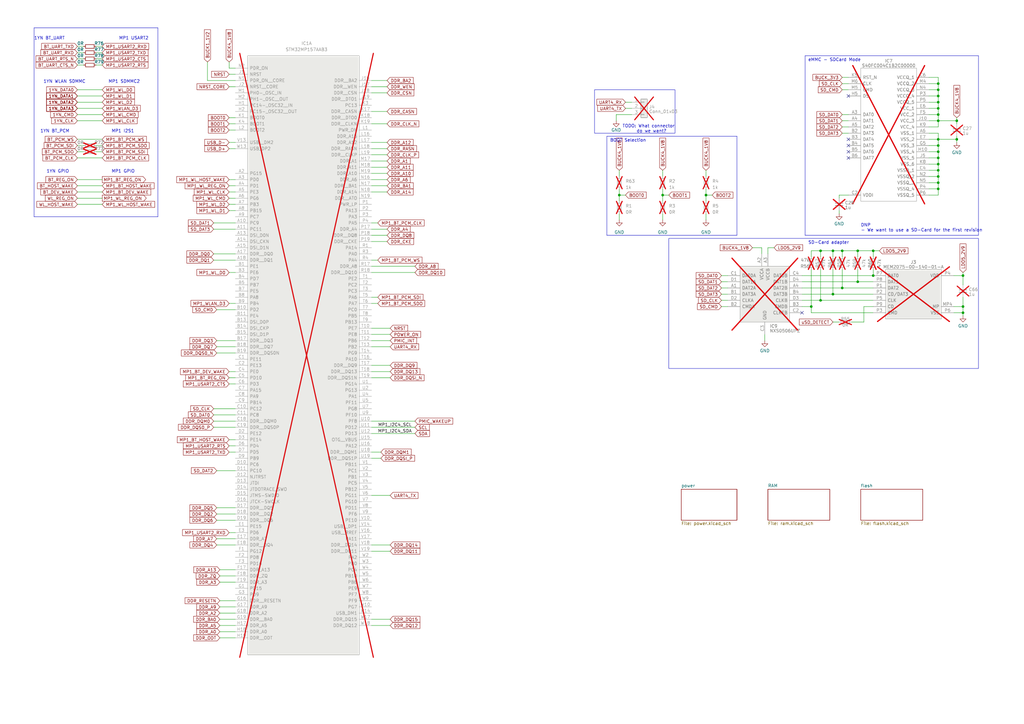
<source format=kicad_sch>
(kicad_sch (version 20230121) (generator eeschema)
  (paper "A3")
  (junction (at 336.55 102.87))
  (junction (at 394.97 113.03))
  (junction (at 384.81 39.37))
  (junction (at 384.81 59.69))
  (junction (at 392.43 57.15))
  (junction (at 384.81 36.83))
  (junction (at 384.81 57.15))
  (junction (at 341.63 120.65))
  (junction (at 345.44 118.11))
  (junction (at 384.81 34.29))
  (junction (at 392.43 49.53))
  (junction (at 332.74 125.73))
  (junction (at 384.81 46.99))
  (junction (at 345.44 102.87))
  (junction (at 351.79 115.57))
  (junction (at 384.81 67.31))
  (junction (at 384.81 74.93))
  (junction (at 384.81 44.45))
  (junction (at 384.81 64.77))
  (junction (at 384.81 49.53))
  (junction (at 358.14 113.03))
  (junction (at 394.97 125.73))
  (junction (at 271.78 80.01))
  (junction (at 394.97 128.27))
  (junction (at 351.79 102.87))
  (junction (at 384.81 77.47))
  (junction (at 384.81 62.23))
  (junction (at 254 80.01))
  (junction (at 336.55 123.19))
  (junction (at 289.56 80.01))
  (junction (at 384.81 72.39))
  (junction (at 384.81 69.85))
  (junction (at 358.14 102.87))
  (junction (at 341.63 102.87))
  (junction (at 384.81 41.91))
  (no_connect (at 347.98 57.15))
  (no_connect (at 328.93 128.27))
  (no_connect (at 347.98 59.69))
  (no_connect (at 347.98 39.37))
  (no_connect (at 347.98 62.23))
  (no_connect (at 347.98 64.77))
  (wire (pts (xy 88.9 142.24) (xy 96.52 142.24)))
  (wire (pts (xy 152.4 121.92) (xy 154.94 121.92)))
  (wire (pts (xy 345.44 34.29) (xy 347.98 34.29)))
  (wire (pts (xy 384.81 39.37) (xy 384.81 41.91)))
  (wire (pts (xy 384.81 57.15) (xy 384.81 59.69)))
  (wire (pts (xy 289.56 80.01) (xy 289.56 82.55)))
  (wire (pts (xy 152.4 58.42) (xy 158.75 58.42)))
  (wire (pts (xy 93.98 35.56) (xy 96.52 35.56)))
  (wire (pts (xy 384.81 44.45) (xy 384.81 46.99)))
  (wire (pts (xy 93.98 73.66) (xy 96.52 73.66)))
  (polyline (pts (xy 248.92 55.88) (xy 248.92 96.52)))
  (polyline (pts (xy 302.26 96.52) (xy 302.26 55.88)))
  (wire (pts (xy 152.4 60.96) (xy 158.75 60.96)))
  (wire (pts (xy 31.75 19.05) (xy 34.29 19.05)))
  (polyline (pts (xy 330.2 96.52) (xy 401.32 96.52)))
  (wire (pts (xy 152.4 99.06) (xy 158.75 99.06)))
  (wire (pts (xy 384.81 69.85) (xy 384.81 72.39)))
  (wire (pts (xy 381 67.31) (xy 384.81 67.31)))
  (wire (pts (xy 341.63 120.65) (xy 358.14 120.65)))
  (polyline (pts (xy 401.32 96.52) (xy 401.32 22.86)))
  (wire (pts (xy 381 36.83) (xy 384.81 36.83)))
  (wire (pts (xy 289.56 87.63) (xy 289.56 90.17)))
  (wire (pts (xy 88.9 208.28) (xy 96.52 208.28)))
  (wire (pts (xy 152.4 106.68) (xy 154.94 106.68)))
  (wire (pts (xy 259.08 46.99) (xy 252.73 46.99)))
  (wire (pts (xy 31.75 78.74) (xy 41.91 78.74)))
  (wire (pts (xy 88.9 144.78) (xy 96.52 144.78)))
  (wire (pts (xy 87.63 104.14) (xy 96.52 104.14)))
  (wire (pts (xy 336.55 110.49) (xy 336.55 123.19)))
  (wire (pts (xy 328.93 118.11) (xy 345.44 118.11)))
  (wire (pts (xy 152.4 109.22) (xy 170.18 109.22)))
  (wire (pts (xy 93.98 180.34) (xy 96.52 180.34)))
  (wire (pts (xy 349.25 132.08) (xy 354.33 132.08)))
  (wire (pts (xy 384.81 57.15) (xy 384.81 54.61)))
  (wire (pts (xy 90.17 261.62) (xy 96.52 261.62)))
  (wire (pts (xy 93.98 48.26) (xy 96.52 48.26)))
  (wire (pts (xy 31.75 39.37) (xy 41.91 39.37)))
  (wire (pts (xy 152.4 134.62) (xy 160.02 134.62)))
  (wire (pts (xy 351.79 102.87) (xy 351.79 105.41)))
  (wire (pts (xy 358.14 102.87) (xy 351.79 102.87)))
  (wire (pts (xy 31.75 64.77) (xy 41.91 64.77)))
  (wire (pts (xy 345.44 52.07) (xy 347.98 52.07)))
  (wire (pts (xy 358.14 110.49) (xy 358.14 113.03)))
  (wire (pts (xy 93.98 86.36) (xy 96.52 86.36)))
  (wire (pts (xy 345.44 31.75) (xy 347.98 31.75)))
  (wire (pts (xy 31.75 73.66) (xy 41.91 73.66)))
  (wire (pts (xy 93.98 53.34) (xy 96.52 53.34)))
  (wire (pts (xy 39.37 19.05) (xy 41.91 19.05)))
  (wire (pts (xy 152.4 91.44) (xy 154.94 91.44)))
  (wire (pts (xy 96.52 58.42) (xy 93.98 58.42)))
  (wire (pts (xy 39.37 24.13) (xy 41.91 24.13)))
  (wire (pts (xy 88.9 220.98) (xy 96.52 220.98)))
  (wire (pts (xy 88.9 139.7) (xy 96.52 139.7)))
  (wire (pts (xy 152.4 38.1) (xy 158.75 38.1)))
  (wire (pts (xy 88.9 210.82) (xy 96.52 210.82)))
  (wire (pts (xy 152.4 154.94) (xy 160.02 154.94)))
  (wire (pts (xy 358.14 105.41) (xy 358.14 102.87)))
  (wire (pts (xy 93.98 185.42) (xy 96.52 185.42)))
  (wire (pts (xy 392.43 57.15) (xy 392.43 58.42)))
  (wire (pts (xy 295.91 118.11) (xy 298.45 118.11)))
  (wire (pts (xy 93.98 25.4) (xy 93.98 27.94)))
  (wire (pts (xy 295.91 125.73) (xy 298.45 125.73)))
  (wire (pts (xy 345.44 102.87) (xy 345.44 105.41)))
  (wire (pts (xy 254 80.01) (xy 254 82.55)))
  (wire (pts (xy 152.4 187.96) (xy 156.21 187.96)))
  (wire (pts (xy 351.79 110.49) (xy 351.79 115.57)))
  (wire (pts (xy 31.75 83.82) (xy 41.91 83.82)))
  (wire (pts (xy 336.55 123.19) (xy 358.14 123.19)))
  (wire (pts (xy 252.73 46.99) (xy 252.73 49.53)))
  (wire (pts (xy 93.98 157.48) (xy 96.52 157.48)))
  (wire (pts (xy 344.17 80.01) (xy 347.98 80.01)))
  (wire (pts (xy 381 41.91) (xy 384.81 41.91)))
  (wire (pts (xy 345.44 110.49) (xy 345.44 118.11)))
  (wire (pts (xy 93.98 81.28) (xy 96.52 81.28)))
  (wire (pts (xy 158.75 66.04) (xy 152.4 66.04)))
  (wire (pts (xy 381 59.69) (xy 384.81 59.69)))
  (wire (pts (xy 295.91 120.65) (xy 298.45 120.65)))
  (wire (pts (xy 152.4 137.16) (xy 160.02 137.16)))
  (wire (pts (xy 381 74.93) (xy 384.81 74.93)))
  (wire (pts (xy 308.61 101.6) (xy 312.42 101.6)))
  (wire (pts (xy 31.75 81.28) (xy 41.91 81.28)))
  (wire (pts (xy 152.4 254) (xy 160.02 254)))
  (wire (pts (xy 336.55 102.87) (xy 341.63 102.87)))
  (wire (pts (xy 274.32 80.01) (xy 271.78 80.01)))
  (polyline (pts (xy 13.97 88.9) (xy 64.77 88.9)))
  (wire (pts (xy 152.4 152.4) (xy 160.02 152.4)))
  (wire (pts (xy 381 39.37) (xy 384.81 39.37)))
  (wire (pts (xy 345.44 36.83) (xy 347.98 36.83)))
  (wire (pts (xy 332.74 110.49) (xy 332.74 125.73)))
  (wire (pts (xy 341.63 102.87) (xy 341.63 105.41)))
  (wire (pts (xy 381 77.47) (xy 384.81 77.47)))
  (wire (pts (xy 271.78 69.85) (xy 271.78 72.39)))
  (polyline (pts (xy 13.97 11.43) (xy 13.97 88.9)))
  (wire (pts (xy 384.81 36.83) (xy 384.81 39.37)))
  (wire (pts (xy 93.98 111.76) (xy 96.52 111.76)))
  (polyline (pts (xy 64.77 88.9) (xy 64.77 11.43)))
  (wire (pts (xy 88.9 193.04) (xy 96.52 193.04)))
  (wire (pts (xy 336.55 102.87) (xy 336.55 105.41)))
  (wire (pts (xy 87.63 170.18) (xy 96.52 170.18)))
  (polyline (pts (xy 13.97 11.43) (xy 64.77 11.43)))
  (wire (pts (xy 358.14 125.73) (xy 354.33 125.73)))
  (wire (pts (xy 384.81 34.29) (xy 384.81 36.83)))
  (wire (pts (xy 152.4 203.2) (xy 160.02 203.2)))
  (wire (pts (xy 271.78 87.63) (xy 271.78 90.17)))
  (wire (pts (xy 93.98 124.46) (xy 96.52 124.46)))
  (wire (pts (xy 31.75 46.99) (xy 41.91 46.99)))
  (polyline (pts (xy 248.92 55.88) (xy 302.26 55.88)))
  (wire (pts (xy 152.4 33.02) (xy 158.75 33.02)))
  (wire (pts (xy 345.44 102.87) (xy 351.79 102.87)))
  (wire (pts (xy 394.97 125.73) (xy 391.16 125.73)))
  (wire (pts (xy 93.98 30.48) (xy 96.52 30.48)))
  (wire (pts (xy 271.78 80.01) (xy 271.78 82.55)))
  (wire (pts (xy 90.17 248.92) (xy 96.52 248.92)))
  (wire (pts (xy 90.17 246.38) (xy 96.52 246.38)))
  (wire (pts (xy 328.93 125.73) (xy 332.74 125.73)))
  (wire (pts (xy 381 34.29) (xy 384.81 34.29)))
  (wire (pts (xy 391.16 113.03) (xy 394.97 113.03)))
  (wire (pts (xy 93.98 76.2) (xy 96.52 76.2)))
  (wire (pts (xy 381 52.07) (xy 384.81 52.07)))
  (wire (pts (xy 152.4 223.52) (xy 160.02 223.52)))
  (wire (pts (xy 391.16 128.27) (xy 394.97 128.27)))
  (wire (pts (xy 152.4 226.06) (xy 160.02 226.06)))
  (polyline (pts (xy 330.2 22.86) (xy 401.32 22.86)))
  (wire (pts (xy 96.52 60.96) (xy 93.98 60.96)))
  (wire (pts (xy 341.63 110.49) (xy 341.63 120.65)))
  (wire (pts (xy 394.97 121.92) (xy 394.97 125.73)))
  (wire (pts (xy 152.4 185.42) (xy 156.21 185.42)))
  (wire (pts (xy 295.91 113.03) (xy 298.45 113.03)))
  (wire (pts (xy 31.75 59.69) (xy 34.29 59.69)))
  (wire (pts (xy 31.75 57.15) (xy 41.91 57.15)))
  (wire (pts (xy 295.91 115.57) (xy 298.45 115.57)))
  (wire (pts (xy 381 69.85) (xy 384.81 69.85)))
  (wire (pts (xy 93.98 152.4) (xy 96.52 152.4)))
  (wire (pts (xy 90.17 233.68) (xy 96.52 233.68)))
  (wire (pts (xy 384.81 67.31) (xy 384.81 69.85)))
  (wire (pts (xy 31.75 26.67) (xy 34.29 26.67)))
  (wire (pts (xy 254 77.47) (xy 254 80.01)))
  (wire (pts (xy 392.43 50.8) (xy 392.43 49.53)))
  (wire (pts (xy 328.93 123.19) (xy 336.55 123.19)))
  (wire (pts (xy 152.4 68.58) (xy 158.75 68.58)))
  (wire (pts (xy 381 64.77) (xy 384.81 64.77)))
  (wire (pts (xy 152.4 172.72) (xy 170.18 172.72)))
  (wire (pts (xy 170.18 175.26) (xy 152.4 175.26)))
  (wire (pts (xy 394.97 113.03) (xy 394.97 116.84)))
  (wire (pts (xy 39.37 26.67) (xy 41.91 26.67)))
  (wire (pts (xy 384.81 64.77) (xy 384.81 67.31)))
  (wire (pts (xy 152.4 93.98) (xy 158.75 93.98)))
  (wire (pts (xy 354.33 125.73) (xy 354.33 132.08)))
  (wire (pts (xy 381 46.99) (xy 384.81 46.99)))
  (wire (pts (xy 289.56 77.47) (xy 289.56 80.01)))
  (wire (pts (xy 384.81 59.69) (xy 384.81 62.23)))
  (wire (pts (xy 87.63 93.98) (xy 96.52 93.98)))
  (wire (pts (xy 317.5 101.6) (xy 314.96 101.6)))
  (wire (pts (xy 254 69.85) (xy 254 72.39)))
  (wire (pts (xy 254 87.63) (xy 254 90.17)))
  (wire (pts (xy 152.4 149.86) (xy 160.02 149.86)))
  (wire (pts (xy 152.4 142.24) (xy 160.02 142.24)))
  (wire (pts (xy 392.43 57.15) (xy 392.43 55.88)))
  (wire (pts (xy 85.09 33.02) (xy 96.52 33.02)))
  (wire (pts (xy 381 80.01) (xy 384.81 80.01)))
  (wire (pts (xy 39.37 59.69) (xy 41.91 59.69)))
  (wire (pts (xy 392.43 48.26) (xy 392.43 49.53)))
  (wire (pts (xy 351.79 115.57) (xy 358.14 115.57)))
  (wire (pts (xy 152.4 111.76) (xy 170.18 111.76)))
  (wire (pts (xy 394.97 128.27) (xy 394.97 129.54)))
  (wire (pts (xy 93.98 50.8) (xy 96.52 50.8)))
  (wire (pts (xy 93.98 83.82) (xy 96.52 83.82)))
  (wire (pts (xy 344.17 86.36) (xy 344.17 87.63)))
  (wire (pts (xy 90.17 254) (xy 96.52 254)))
  (wire (pts (xy 381 54.61) (xy 384.81 54.61)))
  (wire (pts (xy 256.54 44.45) (xy 259.08 44.45)))
  (wire (pts (xy 90.17 251.46) (xy 96.52 251.46)))
  (wire (pts (xy 87.63 167.64) (xy 96.52 167.64)))
  (wire (pts (xy 152.4 71.12) (xy 158.75 71.12)))
  (wire (pts (xy 96.52 27.94) (xy 93.98 27.94)))
  (wire (pts (xy 93.98 154.94) (xy 96.52 154.94)))
  (wire (pts (xy 358.14 102.87) (xy 360.68 102.87)))
  (wire (pts (xy 381 72.39) (xy 384.81 72.39)))
  (wire (pts (xy 384.81 49.53) (xy 384.81 52.07)))
  (wire (pts (xy 341.63 102.87) (xy 345.44 102.87)))
  (wire (pts (xy 313.69 137.16) (xy 313.69 139.7)))
  (wire (pts (xy 384.81 77.47) (xy 384.81 80.01)))
  (wire (pts (xy 31.75 62.23) (xy 34.29 62.23)))
  (wire (pts (xy 381 57.15) (xy 384.81 57.15)))
  (wire (pts (xy 314.96 101.6) (xy 314.96 104.14)))
  (wire (pts (xy 152.4 73.66) (xy 158.75 73.66)))
  (wire (pts (xy 152.4 50.8) (xy 158.75 50.8)))
  (wire (pts (xy 295.91 123.19) (xy 298.45 123.19)))
  (wire (pts (xy 31.75 76.2) (xy 41.91 76.2)))
  (wire (pts (xy 381 44.45) (xy 384.81 44.45)))
  (wire (pts (xy 87.63 106.68) (xy 96.52 106.68)))
  (wire (pts (xy 384.81 62.23) (xy 384.81 64.77)))
  (wire (pts (xy 152.4 45.72) (xy 158.75 45.72)))
  (wire (pts (xy 344.17 81.28) (xy 344.17 80.01)))
  (wire (pts (xy 312.42 101.6) (xy 312.42 104.14)))
  (wire (pts (xy 31.75 41.91) (xy 41.91 41.91)))
  (wire (pts (xy 152.4 96.52) (xy 158.75 96.52)))
  (wire (pts (xy 152.4 124.46) (xy 154.94 124.46)))
  (wire (pts (xy 31.75 21.59) (xy 34.29 21.59)))
  (wire (pts (xy 394.97 111.76) (xy 394.97 113.03)))
  (wire (pts (xy 328.93 115.57) (xy 351.79 115.57)))
  (wire (pts (xy 332.74 102.87) (xy 332.74 105.41)))
  (wire (pts (xy 381 31.75) (xy 384.81 31.75)))
  (wire (pts (xy 87.63 91.44) (xy 96.52 91.44)))
  (wire (pts (xy 384.81 41.91) (xy 384.81 44.45)))
  (wire (pts (xy 152.4 78.74) (xy 158.75 78.74)))
  (wire (pts (xy 39.37 62.23) (xy 41.91 62.23)))
  (wire (pts (xy 384.81 46.99) (xy 384.81 49.53)))
  (wire (pts (xy 289.56 69.85) (xy 289.56 72.39)))
  (wire (pts (xy 31.75 36.83) (xy 41.91 36.83)))
  (wire (pts (xy 328.93 120.65) (xy 341.63 120.65)))
  (wire (pts (xy 88.9 223.52) (xy 96.52 223.52)))
  (wire (pts (xy 384.81 74.93) (xy 384.81 77.47)))
  (wire (pts (xy 152.4 139.7) (xy 160.02 139.7)))
  (wire (pts (xy 341.63 132.08) (xy 344.17 132.08)))
  (wire (pts (xy 152.4 35.56) (xy 158.75 35.56)))
  (wire (pts (xy 88.9 127) (xy 96.52 127)))
  (wire (pts (xy 256.54 41.91) (xy 259.08 41.91)))
  (wire (pts (xy 345.44 49.53) (xy 347.98 49.53)))
  (wire (pts (xy 332.74 125.73) (xy 332.74 128.27)))
  (wire (pts (xy 256.54 80.01) (xy 254 80.01)))
  (wire (pts (xy 90.17 256.54) (xy 96.52 256.54)))
  (wire (pts (xy 170.18 177.8) (xy 152.4 177.8)))
  (wire (pts (xy 392.43 49.53) (xy 384.81 49.53)))
  (wire (pts (xy 381 49.53) (xy 384.81 49.53)))
  (wire (pts (xy 381 62.23) (xy 384.81 62.23)))
  (wire (pts (xy 31.75 49.53) (xy 41.91 49.53)))
  (wire (pts (xy 93.98 182.88) (xy 96.52 182.88)))
  (wire (pts (xy 31.75 24.13) (xy 34.29 24.13)))
  (wire (pts (xy 87.63 175.26) (xy 96.52 175.26)))
  (wire (pts (xy 271.78 77.47) (xy 271.78 80.01)))
  (wire (pts (xy 39.37 21.59) (xy 41.91 21.59)))
  (wire (pts (xy 90.17 259.08) (xy 96.52 259.08)))
  (wire (pts (xy 152.4 63.5) (xy 158.75 63.5)))
  (wire (pts (xy 31.75 44.45) (xy 41.91 44.45)))
  (wire (pts (xy 394.97 125.73) (xy 394.97 128.27)))
  (wire (pts (xy 87.63 172.72) (xy 96.52 172.72)))
  (wire (pts (xy 152.4 76.2) (xy 158.75 76.2)))
  (wire (pts (xy 152.4 256.54) (xy 160.02 256.54)))
  (polyline (pts (xy 248.92 96.52) (xy 302.26 96.52)))
  (wire (pts (xy 90.17 236.22) (xy 96.52 236.22)))
  (wire (pts (xy 345.44 118.11) (xy 358.14 118.11)))
  (wire (pts (xy 384.81 57.15) (xy 392.43 57.15)))
  (wire (pts (xy 384.81 72.39) (xy 384.81 74.93)))
  (polyline (pts (xy 330.2 22.86) (xy 330.2 96.52)))
  (wire (pts (xy 332.74 102.87) (xy 336.55 102.87)))
  (wire (pts (xy 328.93 113.03) (xy 358.14 113.03)))
  (wire (pts (xy 345.44 46.99) (xy 347.98 46.99)))
  (wire (pts (xy 93.98 78.74) (xy 96.52 78.74)))
  (wire (pts (xy 90.17 238.76) (xy 96.52 238.76)))
  (wire (pts (xy 332.74 128.27) (xy 358.14 128.27)))
  (wire (pts (xy 384.81 31.75) (xy 384.81 34.29)))
  (wire (pts (xy 93.98 218.44) (xy 96.52 218.44)))
  (wire (pts (xy 85.09 25.4) (xy 85.09 33.02)))
  (wire (pts (xy 345.44 54.61) (xy 347.98 54.61)))
  (wire (pts (xy 88.9 213.36) (xy 96.52 213.36)))
  (wire (pts (xy 292.1 80.01) (xy 289.56 80.01)))
  (rectangle (start 243.84 36.83) (end 276.86 54.61))
  (rectangle (start 274.32 97.79) (end 401.32 151.13))
  (text "MP1 USART2" (at 60.96 16.51 0) (effects (font (size 1.27 1.27)) (justify right bottom)))
  (text "1YN BT_UART" (at 13.97 16.51 0) (effects (font (size 1.27 1.27)) (justify left bottom)))
  (text "MP1 SDMMC2" (at 44.45 34.29 0) (effects (font (size 1.27 1.27)) (justify left bottom)))
  (text "MP1 I2S1" (at 45.72 54.61 0) (effects (font (size 1.27 1.27)) (justify left bottom)))
  (text "TODO: What connector\n      do we want?" (at 255.27 54.61 0) (effects (font (size 1.27 1.27)) (justify left bottom)))
  (text "eMMC - SDCard Mode" (at 331.47 25.4 0) (effects (font (size 1.27 1.27)) (justify left bottom)))
  (text "DNP\n- We want to use a SD-Card for the first revision" (at 353.06 95.25 0) (effects (font (size 1.27 1.27)) (justify left bottom)))
  (text "1YN BT_PCM" (at 16.51 54.61 0) (effects (font (size 1.27 1.27)) (justify left bottom)))
  (text "BOOT Selection" (at 250.19 58.42 0) (effects (font (size 1.27 1.27)) (justify left bottom)))
  (text "SD-Card adapter" (at 331.47 100.33 0) (effects (font (size 1.27 1.27)) (justify left bottom)))
  (text "MP1 GPIO" (at 45.72 71.12 0) (effects (font (size 1.27 1.27)) (justify left bottom)))
  (text "1YN WLAN SDMMC" (at 17.78 34.29 0) (effects (font (size 1.27 1.27)) (justify left bottom)))
  (text "1YN GPIO" (at 19.05 71.12 0) (effects (font (size 1.27 1.27)) (justify left bottom)))
  (label "MP1_I2C4_SDA" (at 168.91 177.8 180))
  (label "MP1_I2C4_SCL" (at 168.91 175.26 180))
  (global_label "DDR_ODT" (shape input) (at 90.17 261.62 180) (property "Intersheetrefs" "${INTERSHEET_REFS}" (effects hide)))
  (global_label "SD_DAT1" (shape input) (at 295.91 115.57 180) (property "Intersheetrefs" "${INTERSHEET_REFS}" (effects hide)))
  (global_label "SD_CLK" (shape input) (at 345.44 34.29 180) (property "Intersheetrefs" "${INTERSHEET_REFS}" (effects hide)))
  (global_label "DDR_DQSI_P" (shape input) (at 156.21 187.96 0) (property "Intersheetrefs" "${INTERSHEET_REFS}" (effects hide)))
  (global_label "SDA" (shape input) (at 170.18 177.8 0) (property "Intersheetrefs" "${INTERSHEET_REFS}" (effects hide)))
  (global_label "NRST" (shape input) (at 160.02 134.62 0) (property "Intersheetrefs" "${INTERSHEET_REFS}" (effects hide)))
  (global_label "DDR_DQ14" (shape input) (at 160.02 223.52 0) (property "Intersheetrefs" "${INTERSHEET_REFS}" (effects hide)))
  (global_label "DDR_A9" (shape input) (at 90.17 248.92 180) (property "Intersheetrefs" "${INTERSHEET_REFS}" (effects hide)))
  (global_label "BOOT1" (shape input) (at 93.98 50.8 180) (property "Intersheetrefs" "${INTERSHEET_REFS}" (effects hide)))
  (global_label "MP1_WL_HOST_WAKE" (shape input) (at 93.98 73.66 180) (property "Intersheetrefs" "${INTERSHEET_REFS}" (effects hide)))
  (global_label "BOOT1" (shape input) (at 274.32 80.01 0) (property "Intersheetrefs" "${INTERSHEET_REFS}" (effects hide)))
  (global_label "BUCK4_1V8" (shape input) (at 271.78 69.85 90) (property "Intersheetrefs" "${INTERSHEET_REFS}" (effects hide)))
  (global_label "BUCK_3V3" (shape input) (at 345.44 31.75 180) (property "Intersheetrefs" "${INTERSHEET_REFS}" (effects hide)))
  (global_label "BUCK4_1V8" (shape input) (at 308.61 101.6 180) (property "Intersheetrefs" "${INTERSHEET_REFS}" (effects hide)))
  (global_label "MP1_BT_PCM_SDO" (shape input) (at 41.91 59.69 0) (property "Intersheetrefs" "${INTERSHEET_REFS}" (effects hide)))
  (global_label "NRST" (shape input) (at 93.98 30.48 180) (property "Intersheetrefs" "${INTERSHEET_REFS}" (effects hide)))
  (global_label "MP1_WL_D2" (shape input) (at 93.98 83.82 180) (property "Intersheetrefs" "${INTERSHEET_REFS}" (effects hide)))
  (global_label "MP1_BT_DEV_WAKE" (shape input) (at 93.98 152.4 180) (property "Intersheetrefs" "${INTERSHEET_REFS}" (effects hide)))
  (global_label "DDR_CKE" (shape input) (at 158.75 99.06 0) (property "Intersheetrefs" "${INTERSHEET_REFS}" (effects hide)))
  (global_label "SCL" (shape input) (at 170.18 175.26 0) (property "Intersheetrefs" "${INTERSHEET_REFS}" (effects hide)))
  (global_label "DDR_DQ10" (shape input) (at 170.18 111.76 0) (property "Intersheetrefs" "${INTERSHEET_REFS}" (effects hide)))
  (global_label "DDR_DQ11" (shape input) (at 160.02 226.06 0) (property "Intersheetrefs" "${INTERSHEET_REFS}" (effects hide)))
  (global_label "MP1_BT_PCM_SDI" (shape input) (at 154.94 121.92 0) (property "Intersheetrefs" "${INTERSHEET_REFS}" (effects hide)))
  (global_label "MP1_BT_REG_ON" (shape input) (at 93.98 154.94 180) (property "Intersheetrefs" "${INTERSHEET_REFS}" (effects hide)))
  (global_label "1YN_DATA1" (shape input) (at 31.75 39.37 180) (property "Intersheetrefs" "${INTERSHEET_REFS}" (effects hide)))
  (global_label "DDR_DQ0" (shape input) (at 87.63 104.14 180) (property "Intersheetrefs" "${INTERSHEET_REFS}" (effects hide)))
  (global_label "MP1_WL_REG_ON" (shape input) (at 93.98 76.2 180) (property "Intersheetrefs" "${INTERSHEET_REFS}" (effects hide)))
  (global_label "MP1_BT_PCM_WS" (shape input) (at 154.94 106.68 0) (property "Intersheetrefs" "${INTERSHEET_REFS}" (effects hide)))
  (global_label "1YN_DATA3" (shape input) (at 31.75 44.45 180) (property "Intersheetrefs" "${INTERSHEET_REFS}" (effects hide)))
  (global_label "DDR_A8" (shape input) (at 170.18 109.22 0) (property "Intersheetrefs" "${INTERSHEET_REFS}" (effects hide)))
  (global_label "DDR_DQ5" (shape input) (at 88.9 208.28 180) (property "Intersheetrefs" "${INTERSHEET_REFS}" (effects hide)))
  (global_label "DDR_CLK_N" (shape input) (at 158.75 50.8 0) (property "Intersheetrefs" "${INTERSHEET_REFS}" (effects hide)))
  (global_label "1YN_DATA2" (shape input) (at 31.75 41.91 180) (property "Intersheetrefs" "${INTERSHEET_REFS}" (effects hide)))
  (global_label "SD_CMD" (shape input) (at 88.9 127 180) (property "Intersheetrefs" "${INTERSHEET_REFS}" (effects hide)))
  (global_label "DDR_RESETN" (shape input) (at 90.17 246.38 180) (property "Intersheetrefs" "${INTERSHEET_REFS}" (effects hide)))
  (global_label "DDR_DQS0_P" (shape input) (at 87.63 175.26 180) (property "Intersheetrefs" "${INTERSHEET_REFS}" (effects hide)))
  (global_label "POWER_ON" (shape input) (at 160.02 137.16 0) (property "Intersheetrefs" "${INTERSHEET_REFS}" (effects hide)))
  (global_label "SD_DAT3" (shape input) (at 87.63 93.98 180) (property "Intersheetrefs" "${INTERSHEET_REFS}" (effects hide)))
  (global_label "MP1_WL_D1" (shape input) (at 93.98 86.36 180) (property "Intersheetrefs" "${INTERSHEET_REFS}" (effects hide)))
  (global_label "DDR_A7" (shape input) (at 88.9 220.98 180) (property "Intersheetrefs" "${INTERSHEET_REFS}" (effects hide)))
  (global_label "DDR_DQ8" (shape input) (at 158.75 96.52 0) (property "Intersheetrefs" "${INTERSHEET_REFS}" (effects hide)))
  (global_label "BT_UART_RXD" (shape input) (at 31.75 21.59 180) (property "Intersheetrefs" "${INTERSHEET_REFS}" (effects hide)))
  (global_label "DDR_DQ9" (shape input) (at 160.02 149.86 0) (property "Intersheetrefs" "${INTERSHEET_REFS}" (effects hide)))
  (global_label "LDO5_2V9" (shape input) (at 317.5 101.6 0) (property "Intersheetrefs" "${INTERSHEET_REFS}" (effects hide)))
  (global_label "MP1_USART2_TXD" (shape input) (at 93.98 185.42 180) (property "Intersheetrefs" "${INTERSHEET_REFS}" (effects hide)))
  (global_label "MP1_WL_REG_ON" (shape output) (at 41.91 81.28 0) (property "Intersheetrefs" "${INTERSHEET_REFS}" (effects hide)))
  (global_label "USB_D+" (shape input) (at 93.98 60.96 180) (property "Intersheetrefs" "${INTERSHEET_REFS}" (effects hide)))
  (global_label "DDR_DQ1" (shape input) (at 87.63 106.68 180) (property "Intersheetrefs" "${INTERSHEET_REFS}" (effects hide)))
  (global_label "1YN_DATA2" (shape input) (at 31.75 41.91 180) (property "Intersheetrefs" "${INTERSHEET_REFS}" (effects hide)))
  (global_label "PMIC_INT" (shape input) (at 160.02 139.7 0) (property "Intersheetrefs" "${INTERSHEET_REFS}" (effects hide)))
  (global_label "MP1_BT_HOST_WAKE" (shape input) (at 41.91 76.2 0) (property "Intersheetrefs" "${INTERSHEET_REFS}" (effects hide)))
  (global_label "MP1_BT_PCM_SDI" (shape input) (at 41.91 62.23 0) (property "Intersheetrefs" "${INTERSHEET_REFS}" (effects hide)))
  (global_label "SD_DAT0" (shape input) (at 295.91 113.03 180) (property "Intersheetrefs" "${INTERSHEET_REFS}" (effects hide)))
  (global_label "WL_REG_ON" (shape input) (at 31.75 81.28 180) (property "Intersheetrefs" "${INTERSHEET_REFS}" (effects hide)))
  (global_label "DDR_A1" (shape input) (at 158.75 66.04 0) (property "Intersheetrefs" "${INTERSHEET_REFS}" (effects hide)))
  (global_label "DDR_A5" (shape input) (at 90.17 256.54 180) (property "Intersheetrefs" "${INTERSHEET_REFS}" (effects hide)))
  (global_label "DDR_A13" (shape input) (at 90.17 233.68 180) (property "Intersheetrefs" "${INTERSHEET_REFS}" (effects hide)))
  (global_label "MP1_USART2_TXD" (shape input) (at 41.91 21.59 0) (property "Intersheetrefs" "${INTERSHEET_REFS}" (effects hide)))
  (global_label "BT_PCM_SDI" (shape input) (at 31.75 59.69 180) (property "Intersheetrefs" "${INTERSHEET_REFS}" (effects hide)))
  (global_label "DDR_DQM1" (shape input) (at 156.21 185.42 0) (property "Intersheetrefs" "${INTERSHEET_REFS}" (effects hide)))
  (global_label "BUCK4_1V8" (shape input) (at 93.98 25.4 90) (property "Intersheetrefs" "${INTERSHEET_REFS}" (effects hide)))
  (global_label "USB_D-" (shape input) (at 93.98 58.42 180) (property "Intersheetrefs" "${INTERSHEET_REFS}" (effects hide)))
  (global_label "BOOT0" (shape input) (at 93.98 48.26 180) (property "Intersheetrefs" "${INTERSHEET_REFS}" (effects hide)))
  (global_label "SD_DAT1" (shape input) (at 87.63 91.44 180) (property "Intersheetrefs" "${INTERSHEET_REFS}" (effects hide)))
  (global_label "DDR_WEN" (shape input) (at 158.75 35.56 0) (property "Intersheetrefs" "${INTERSHEET_REFS}" (effects hide)))
  (global_label "MP1_USART2_RTS" (shape input) (at 93.98 182.88 180) (property "Intersheetrefs" "${INTERSHEET_REFS}" (effects hide)))
  (global_label "UART4_TX" (shape input) (at 160.02 203.2 0) (property "Intersheetrefs" "${INTERSHEET_REFS}" (effects hide)))
  (global_label "DDR_CSN" (shape input) (at 158.75 38.1 0) (property "Intersheetrefs" "${INTERSHEET_REFS}" (effects hide)))
  (global_label "UART4_RX" (shape input) (at 160.02 142.24 0) (property "Intersheetrefs" "${INTERSHEET_REFS}" (effects hide)))
  (global_label "DDR_DQ12" (shape input) (at 160.02 256.54 0) (property "Intersheetrefs" "${INTERSHEET_REFS}" (effects hide)))
  (global_label "BOOT2" (shape input) (at 292.1 80.01 0) (property "Intersheetrefs" "${INTERSHEET_REFS}" (effects hide)))
  (global_label "DDR_A0" (shape input) (at 90.17 259.08 180) (property "Intersheetrefs" "${INTERSHEET_REFS}" (effects hide)))
  (global_label "NRST_CORE" (shape input) (at 93.98 35.56 180) (property "Intersheetrefs" "${INTERSHEET_REFS}" (effects hide)))
  (global_label "SD_CMD" (shape input) (at 295.91 125.73 180) (property "Intersheetrefs" "${INTERSHEET_REFS}" (effects hide)))
  (global_label "DDR_DQ2" (shape input) (at 88.9 210.82 180) (property "Intersheetrefs" "${INTERSHEET_REFS}" (effects hide)))
  (global_label "SD_CMD" (shape input) (at 345.44 36.83 180) (property "Intersheetrefs" "${INTERSHEET_REFS}" (effects hide)))
  (global_label "SD_DAT2" (shape input) (at 88.9 193.04 180) (property "Intersheetrefs" "${INTERSHEET_REFS}" (effects hide)))
  (global_label "MP1_WL_D0" (shape input) (at 41.91 36.83 0) (property "Intersheetrefs" "${INTERSHEET_REFS}" (effects hide)))
  (global_label "MP1_WL_D0" (shape input) (at 93.98 111.76 180) (property "Intersheetrefs" "${INTERSHEET_REFS}" (effects hide)))
  (global_label "SD_CLK" (shape input) (at 87.63 167.64 180) (property "Intersheetrefs" "${INTERSHEET_REFS}" (effects hide)))
  (global_label "MP1_USART2_CTS" (shape input) (at 41.91 24.13 0) (property "Intersheetrefs" "${INTERSHEET_REFS}" (effects hide)))
  (global_label "MP1_WLAN_D3" (shape input) (at 93.98 124.46 180) (property "Intersheetrefs" "${INTERSHEET_REFS}" (effects hide)))
  (global_label "MP1_USART2_RXD" (shape input) (at 41.91 19.05 0) (property "Intersheetrefs" "${INTERSHEET_REFS}" (effects hide)))
  (global_label "MP1_BT_PCM_WS" (shape input) (at 41.91 57.15 0) (property "Intersheetrefs" "${INTERSHEET_REFS}" (effects hide)))
  (global_label "DDR_DQM0" (shape input) (at 87.63 172.72 180) (property "Intersheetrefs" "${INTERSHEET_REFS}" (effects hide)))
  (global_label "BT_REG_ON" (shape input) (at 31.75 73.66 180) (property "Intersheetrefs" "${INTERSHEET_REFS}" (effects hide)))
  (global_label "DDR_DQ7" (shape input) (at 88.9 142.24 180) (property "Intersheetrefs" "${INTERSHEET_REFS}" (effects hide)))
  (global_label "DDR_BA2" (shape input) (at 158.75 33.02 0) (property "Intersheetrefs" "${INTERSHEET_REFS}" (effects hide)))
  (global_label "MP1_WL_HOST_WAKE" (shape input) (at 41.91 83.82 0) (property "Intersheetrefs" "${INTERSHEET_REFS}" (effects hide)))
  (global_label "MP1_BT_PCM_CLK" (shape input) (at 41.91 64.77 0) (property "Intersheetrefs" "${INTERSHEET_REFS}" (effects hide)))
  (global_label "UART4_TX" (shape input) (at 256.54 44.45 180) (property "Intersheetrefs" "${INTERSHEET_REFS}" (effects hide)))
  (global_label "DDR_BA1" (shape input) (at 158.75 76.2 0) (property "Intersheetrefs" "${INTERSHEET_REFS}" (effects hide)))
  (global_label "MP1_BT_REG_ON" (shape output) (at 41.91 73.66 0) (property "Intersheetrefs" "${INTERSHEET_REFS}" (effects hide)))
  (global_label "MP1_BT_DEV_WAKE" (shape input) (at 41.91 78.74 0) (property "Intersheetrefs" "${INTERSHEET_REFS}" (effects hide)))
  (global_label "1YN_CLK" (shape input) (at 31.75 49.53 180) (property "Intersheetrefs" "${INTERSHEET_REFS}" (effects hide)))
  (global_label "1YN_DATA1" (shape input) (at 31.75 39.37 180) (property "Intersheetrefs" "${INTERSHEET_REFS}" (effects hide)))
  (global_label "DDR_DQSI_N" (shape input) (at 160.02 154.94 0) (property "Intersheetrefs" "${INTERSHEET_REFS}" (effects hide)))
  (global_label "DDR_DQS0_N" (shape input) (at 88.9 144.78 180) (property "Intersheetrefs" "${INTERSHEET_REFS}" (effects hide)))
  (global_label "BUCK4_1V8" (shape input) (at 254 69.85 90) (property "Intersheetrefs" "${INTERSHEET_REFS}" (effects hide)))
  (global_label "1YN_DATA0" (shape input) (at 31.75 36.83 180) (property "Intersheetrefs" "${INTERSHEET_REFS}" (effects hide)))
  (global_label "LDO5_2V9" (shape input) (at 394.97 111.76 90) (property "Intersheetrefs" "${INTERSHEET_REFS}" (effects hide)))
  (global_label "DDR_A12" (shape input) (at 158.75 58.42 0) (property "Intersheetrefs" "${INTERSHEET_REFS}" (effects hide)))
  (global_label "MP1_WL_CLK" (shape input) (at 93.98 78.74 180) (property "Intersheetrefs" "${INTERSHEET_REFS}" (effects hide)))
  (global_label "MP1_BT_PCM_SDO" (shape input) (at 154.94 124.46 0) (property "Intersheetrefs" "${INTERSHEET_REFS}" (effects hide)))
  (global_label "DDR_A11" (shape input) (at 158.75 68.58 0) (property "Intersheetrefs" "${INTERSHEET_REFS}" (effects hide)))
  (global_label "BUCK4_1V8" (shape input) (at 392.43 48.26 90) (property "Intersheetrefs" "${INTERSHEET_REFS}" (effects hide)))
  (global_label "DDR_CASN" (shape input) (at 158.75 45.72 0) (property "Intersheetrefs" "${INTERSHEET_REFS}" (effects hide)))
  (global_label "BT_PCM_SDO" (shape input) (at 31.75 62.23 180) (property "Intersheetrefs" "${INTERSHEET_REFS}" (effects hide)))
  (global_label "MP1_USART2_RTS" (shape input) (at 41.91 26.67 0) (property "Intersheetrefs" "${INTERSHEET_REFS}" (effects hide)))
  (global_label "BOOT2" (shape input) (at 93.98 53.34 180) (property "Intersheetrefs" "${INTERSHEET_REFS}" (effects hide)))
  (global_label "MP1_BT_PCM_CLK" (shape input) (at 154.94 91.44 0) (property "Intersheetrefs" "${INTERSHEET_REFS}" (effects hide)))
  (global_label "BT_DEV_WAKE" (shape input) (at 31.75 78.74 180) (property "Intersheetrefs" "${INTERSHEET_REFS}" (effects hide)))
  (global_label "MP1_WL_D2" (shape input) (at 41.91 41.91 0) (property "Intersheetrefs" "${INTERSHEET_REFS}" (effects hide)))
  (global_label "MP1_WL_CLK" (shape input) (at 41.91 49.53 0) (property "Intersheetrefs" "${INTERSHEET_REFS}" (effects hide)))
  (global_label "DDR_RASN" (shape input) (at 158.75 60.96 0) (property "Intersheetrefs" "${INTERSHEET_REFS}" (effects hide)))
  (global_label "BT_UART_RTS_N" (shape input) (at 31.75 24.13 180) (property "Intersheetrefs" "${INTERSHEET_REFS}" (effects hide)))
  (global_label "MP1_WLAN_D3" (shape input) (at 41.91 44.45 0) (property "Intersheetrefs" "${INTERSHEET_REFS}" (effects hide)))
  (global_label "BT_PCM_WS" (shape input) (at 31.75 57.15 180) (property "Intersheetrefs" "${INTERSHEET_REFS}" (effects hide)))
  (global_label "BT_HOST_WAKE" (shape input) (at 31.75 76.2 180) (property "Intersheetrefs" "${INTERSHEET_REFS}" (effects hide)))
  (global_label "SD_DAT2" (shape input) (at 295.91 118.11 180) (property "Intersheetrefs" "${INTERSHEET_REFS}" (effects hide)))
  (global_label "LDO5_2V9" (shape input) (at 360.68 102.87 0) (property "Intersheetrefs" "${INTERSHEET_REFS}" (effects hide)))
  (global_label "MP1_BT_HOST_WAKE" (shape input) (at 93.98 180.34 180) (property "Intersheetrefs" "${INTERSHEET_REFS}" (effects hide)))
  (global_label "SD_DAT0" (shape input) (at 87.63 170.18 180) (property "Intersheetrefs" "${INTERSHEET_REFS}" (effects hide)))
  (global_label "DDR_DQ15" (shape input) (at 160.02 254 0) (property "Intersheetrefs" "${INTERSHEET_REFS}" (effects hide)))
  (global_label "1YN_DATA3" (shape input) (at 31.75 44.45 180) (property "Intersheetrefs" "${INTERSHEET_REFS}" (effects hide)))
  (global_label "DDR_A3" (shape input) (at 90.17 238.76 180) (property "Intersheetrefs" "${INTERSHEET_REFS}" (effects hide)))
  (global_label "DDR_DQ3" (shape input) (at 88.9 139.7 180) (property "Intersheetrefs" "${INTERSHEET_REFS}" (effects hide)))
  (global_label "DDR_ZQ" (shape input) (at 90.17 236.22 180) (property "Intersheetrefs" "${INTERSHEET_REFS}" (effects hide)))
  (global_label "BT_UART_TXD" (shape input) (at 31.75 19.05 180) (property "Intersheetrefs" "${INTERSHEET_REFS}" (effects hide)))
  (global_label "WL_HOST_WAKE" (shape input) (at 31.75 83.82 180) (property "Intersheetrefs" "${INTERSHEET_REFS}" (effects hide)))
  (global_label "uSD_DETECT" (shape input) (at 341.63 132.08 180) (property "Intersheetrefs" "${INTERSHEET_REFS}" (effects hide)))
  (global_label "MP1_USART2_CTS" (shape input) (at 93.98 157.48 180) (property "Intersheetrefs" "${INTERSHEET_REFS}" (effects hide)))
  (global_label "DDR_A6" (shape input) (at 158.75 73.66 0) (property "Intersheetrefs" "${INTERSHEET_REFS}" (effects hide)))
  (global_label "BUCK1_1V2" (shape input) (at 85.09 25.4 90) (property "Intersheetrefs" "${INTERSHEET_REFS}" (effects hide)))
  (global_label "DDR_DQ6" (shape input) (at 88.9 213.36 180) (property "Intersheetrefs" "${INTERSHEET_REFS}" (effects hide)))
  (global_label "MP1_USART2_RXD" (shape input) (at 93.98 218.44 180) (property "Intersheetrefs" "${INTERSHEET_REFS}" (effects hide)))
  (global_label "BUCK4_1V8" (shape input) (at 289.56 69.85 90) (property "Intersheetrefs" "${INTERSHEET_REFS}" (effects hide)))
  (global_label "SD_CLK" (shape input) (at 295.91 123.19 180) (property "Intersheetrefs" "${INTERSHEET_REFS}" (effects hide)))
  (global_label "DDR_BA0" (shape input) (at 90.17 254 180) (property "Intersheetrefs" "${INTERSHEET_REFS}" (effects hide)))
  (global_label "MP1_WL_CMD" (shape input) (at 41.91 46.99 0) (property "Intersheetrefs" "${INTERSHEET_REFS}" (effects hide)))
  (global_label "DDR_A10" (shape input) (at 158.75 71.12 0) (property "Intersheetrefs" "${INTERSHEET_REFS}" (effects hide)))
  (global_label "DDR_DQ13" (shape input) (at 160.02 152.4 0) (property "Intersheetrefs" "${INTERSHEET_REFS}" (effects hide)))
  (global_label "PMIC_WAKEUP" (shape input) (at 170.18 172.72 0) (property "Intersheetrefs" "${INTERSHEET_REFS}" (effects hide)))
  (global_label "SD_DAT3" (shape input) (at 295.91 120.65 180) (property "Intersheetrefs" "${INTERSHEET_REFS}" (effects hide)))
  (global_label "DDR_DQ4" (shape input) (at 88.9 223.52 180) (property "Intersheetrefs" "${INTERSHEET_REFS}" (effects hide)))
  (global_label "UART4_RX" (shape input) (at 256.54 41.91 180) (property "Intersheetrefs" "${INTERSHEET_REFS}" (effects hide)))
  (global_label "BT_PCM_CLK" (shape input) (at 31.75 64.77 180) (property "Intersheetrefs" "${INTERSHEET_REFS}" (effects hide)))
  (global_label "DDR_A2" (shape input) (at 90.17 251.46 180) (property "Intersheetrefs" "${INTERSHEET_REFS}" (effects hide)))
  (global_label "SD_DAT3" (shape input) (at 345.44 54.61 180) (property "Intersheetrefs" "${INTERSHEET_REFS}" (effects hide)))
  (global_label "MP1_WL_D1" (shape input) (at 41.91 39.37 0) (property "Intersheetrefs" "${INTERSHEET_REFS}" (effects hide)))
  (global_label "BOOT0" (shape input) (at 256.54 80.01 0) (property "Intersheetrefs" "${INTERSHEET_REFS}" (effects hide)))
  (global_label "DDR_A14" (shape input) (at 158.75 78.74 0) (property "Intersheetrefs" "${INTERSHEET_REFS}" (effects hide)))
  (global_label "SD_DAT1" (shape input) (at 345.44 49.53 180) (property "Intersheetrefs" "${INTERSHEET_REFS}" (effects hide)))
  (global_label "DDR_A4" (shape input) (at 158.75 93.98 0) (property "Intersheetrefs" "${INTERSHEET_REFS}" (effects hide)))
  (global_label "SD_DAT2" (shape input) (at 345.44 52.07 180) (property "Intersheetrefs" "${INTERSHEET_REFS}" (effects hide)))
  (global_label "SD_DAT0" (shape input) (at 345.44 46.99 180) (property "Intersheetrefs" "${INTERSHEET_REFS}" (effects hide)))
  (global_label "MP1_WL_CMD" (shape input) (at 93.98 81.28 180) (property "Intersheetrefs" "${INTERSHEET_REFS}" (effects hide)))
  (global_label "BT_UART_CTS_N" (shape input) (at 31.75 26.67 180) (property "Intersheetrefs" "${INTERSHEET_REFS}" (effects hide)))
  (global_label "DDR_CLK_P" (shape input) (at 158.75 63.5 0) (property "Intersheetrefs" "${INTERSHEET_REFS}" (effects hide)))
  (global_label "1YN_CMD" (shape input) (at 31.75 46.99 180) (property "Intersheetrefs" "${INTERSHEET_REFS}" (effects hide)))
  (symbol (lib_id "Device:R_Small") (at 36.83 24.13 90) (unit 1)
    (property "Reference" "R78" (at 40.64 22.86 90))
    (property "Value" "0R" (at 33.02 22.86 90))
    (property "Footprint" "Resistor_SMD:R_0201_0603Metric_Pad0.64x0.40mm_HandSolder" (effects hide))
    (instances (project "armband" (path "" (reference "R78") (unit 1)) (path "" (reference "R43") (unit 1))))
  )
  (symbol (lib_id "ARMband:STM32MP157AAB3_(modified)") (at 101.6 129.54 0) (unit 1) (on_board no) (dnp yes)
    (property "Reference" "IC1" (at 125.73 17.78 0))
    (property "Value" "STM32MP157AAB3" (at 125.73 20.32 0))
    (property "Footprint" "ARMband:STM32MP157AAB_LFBGA354" (effects hide))
    (property "Datasheet" "https://www.st.com/resource/en/datasheet/stm32mp157a.pdf" (effects hide))
    (property "Description" "STMICROELECTRONICS - STM32MP157AAB3 - MPU, 32BIT, CORTEX-A7/CORTEX-M4 , LFBGA" (effects hide))
    (property "Height" "1.29" (effects hide))
    (property "Mouser Part Number" "511-STM32MP157AAB3" (effects hide))
    (property "Mouser Price/Stock" "https://www.mouser.co.uk/ProductDetail/STMicroelectronics/STM32MP157AAB3?qs=vLWxofP3U2wVYzvUghh9uw%3D%3D" (effects hide))
    (property "Manufacturer_Name" "STMicroelectronics" (effects hide))
    (property "Manufacturer_Part_Number" "STM32MP157AAB3" (effects hide))
    (instances (project "armband" (path "" (reference "IC1") (unit 1)) (path "" (reference "IC4") (unit 1))))
  )
  (symbol (lib_id "Device:R_Small") (at 271.78 85.09 0) (unit 1) (on_board no) (dnp yes)
    (property "Reference" "R3" (at 274.32 84.455 0) (effects (justify left)))
    (property "Value" "0R" (at 274.32 86.995 0) (effects (justify left)))
    (property "Footprint" "Resistor_SMD:R_0201_0603Metric_Pad0.64x0.40mm_HandSolder" (effects hide))
    (instances (project "armband" (path "" (reference "R3") (unit 1)) (path "" (reference "R51") (unit 1))))
  )
  (symbol (lib_name "GND_1") (lib_id "power:GND") (at 271.78 90.17 0) (unit 1)
    (property "Reference" "#PWR05" (effects hide))
    (property "Value" "GND" (at 271.78 95.25 0))
    (instances (project "armband" (path "" (reference "#PWR05") (unit 1)) (path "" (reference "#PWR081") (unit 1))))
  )
  (symbol (lib_id "Device:R_Small") (at 36.83 26.67 90) (unit 1)
    (property "Reference" "R79" (at 40.64 25.4 90))
    (property "Value" "0R" (at 33.02 25.4 90))
    (property "Footprint" "Resistor_SMD:R_0201_0603Metric_Pad0.64x0.40mm_HandSolder" (effects hide))
    (instances (project "armband" (path "" (reference "R79") (unit 1)) (path "" (reference "R44") (unit 1))))
  )
  (symbol (lib_id "Device:R_Small") (at 332.74 107.95 180) (unit 1) (on_board no) (dnp yes)
    (property "Reference" "R56" (at 330.2 109.22 0))
    (property "Value" "47k" (at 330.2 106.68 0))
    (property "Footprint" "Resistor_SMD:R_0201_0603Metric_Pad0.64x0.40mm_HandSolder" (effects hide))
    (instances (project "armband" (path "" (reference "R56") (unit 1)) (path "" (reference "R53") (unit 1))))
  )
  (symbol (lib_id "Connector_Generic:Conn_01x03") (at 264.16 44.45 0) (unit 1) (on_board no) (dnp yes)
    (property "Reference" "J4" (at 266.192 43.8063 0) (effects (justify left)))
    (property "Value" "Conn_01x03" (at 266.192 45.7273 0) (effects (justify left)))
    (property "Footprint" "Connector_PinHeader_2.54mm:PinHeader_1x03_P2.54mm_Vertical" (effects hide))
    (instances (project "armband" (path "" (reference "J4") (unit 1)) (path "" (reference "J1") (unit 1))))
  )
  (symbol (lib_id "power:GND") (at 394.97 129.54 0) (unit 1)
    (property "Reference" "#PWR064" (effects hide))
    (property "Value" "GND" (at 394.97 133.6755 0))
    (instances (project "armband" (path "" (reference "#PWR064") (unit 1)) (path "" (reference "#PWR083") (unit 1))))
  )
  (symbol (lib_id "ARMband:MEM2075-00-140-01-A") (at 358.14 113.03 0) (unit 1) (on_board no) (dnp yes)
    (property "Reference" "J3" (at 374.65 107.5309 0))
    (property "Value" "MEM2075-00-140-01-A" (at 374.65 109.4519 0))
    (property "Footprint" "MEM20750014001A" (effects hide))
    (property "Description" "GCT (GLOBAL CONNECTOR TECHNOLOGY) - MEM2075-00-140-01-A - MICRO SD CARD CONN, PUSH-PUSH, 9POS, SMT" (effects hide))
    (property "Height" "1.45" (effects hide))
    (property "Mouser Part Number" "640-MEM20750014001A" (effects hide))
    (property "Mouser Price/Stock" "https://www.mouser.co.uk/ProductDetail/GCT/MEM2075-00-140-01-A?qs=KUoIvG%2F9IlZvfWpeERlq3Q%3D%3D" (effects hide))
    (property "Manufacturer_Name" "GCT (GLOBAL CONNECTOR TECHNOLOGY)" (effects hide))
    (property "Manufacturer_Part_Number" "MEM2075-00-140-01-A" (effects hide))
    (instances (project "armband" (path "" (reference "J3") (unit 1)) (path "" (reference "J2") (unit 1))))
  )
  (symbol (lib_id "Device:R_Small") (at 345.44 107.95 180) (unit 1) (on_board no) (dnp yes)
    (property "Reference" "R58" (at 344.17 107.95 90))
    (property "Value" "47k" (at 347.98 107.95 90))
    (property "Footprint" "Resistor_SMD:R_0201_0603Metric_Pad0.64x0.40mm_HandSolder" (effects hide))
    (instances (project "armband" (path "" (reference "R58") (unit 1)) (path "" (reference "R56") (unit 1))))
  )
  (symbol (lib_id "Device:R_Small") (at 341.63 107.95 180) (unit 1) (on_board no) (dnp yes)
    (property "Reference" "R61" (at 340.36 107.95 90))
    (property "Value" "47k" (at 341.63 107.95 90))
    (property "Footprint" "Resistor_SMD:R_0201_0603Metric_Pad0.64x0.40mm_HandSolder" (effects hide))
    (instances (project "armband" (path "" (reference "R61") (unit 1)) (path "" (reference "R55") (unit 1))))
  )
  (symbol (lib_id "Device:R_Small") (at 351.79 107.95 180) (unit 1) (on_board no) (dnp yes)
    (property "Reference" "R59" (at 350.52 107.95 90))
    (property "Value" "47k" (at 354.33 107.95 90))
    (property "Footprint" "Resistor_SMD:R_0201_0603Metric_Pad0.64x0.40mm_HandSolder" (effects hide))
    (instances (project "armband" (path "" (reference "R59") (unit 1)) (path "" (reference "R57") (unit 1))))
  )
  (symbol (lib_id "Device:R_Small") (at 358.14 107.95 180) (unit 1) (on_board no) (dnp yes)
    (property "Reference" "R60" (at 356.87 107.95 90))
    (property "Value" "47k" (at 360.68 107.95 90))
    (property "Footprint" "Resistor_SMD:R_0201_0603Metric_Pad0.64x0.40mm_HandSolder" (effects hide))
    (instances (project "armband" (path "" (reference "R60") (unit 1)) (path "" (reference "R58") (unit 1))))
  )
  (symbol (lib_name "GND_1") (lib_id "power:GND") (at 254 90.17 0) (unit 1)
    (property "Reference" "#PWR04" (effects hide))
    (property "Value" "GND" (at 254 95.25 0))
    (instances (project "armband" (path "" (reference "#PWR04") (unit 1)) (path "" (reference "#PWR080") (unit 1))))
  )
  (symbol (lib_id "Device:R_Small") (at 254 85.09 0) (unit 1) (on_board no) (dnp yes)
    (property "Reference" "R1" (at 256.54 84.455 0) (effects (justify left)))
    (property "Value" "0R" (at 256.54 86.995 0) (effects (justify left)))
    (property "Footprint" "Resistor_SMD:R_0201_0603Metric_Pad0.64x0.40mm_HandSolder" (effects hide))
    (instances (project "armband" (path "" (reference "R1") (unit 1)) (path "" (reference "R50") (unit 1))))
  )
  (symbol (lib_name "GND_1") (lib_id "power:GND") (at 252.73 49.53 0) (mirror y) (unit 1)
    (property "Reference" "#PWR066" (effects hide))
    (property "Value" "GND" (at 252.73 53.34 0))
    (instances (project "armband" (path "" (reference "#PWR066") (unit 1)) (path "" (reference "#PWR077") (unit 1))))
  )
  (symbol (lib_id "Device:R_Small") (at 36.83 19.05 90) (unit 1)
    (property "Reference" "R76" (at 40.64 17.78 90))
    (property "Value" "0R" (at 33.02 17.78 90))
    (property "Footprint" "Resistor_SMD:R_0201_0603Metric_Pad0.64x0.40mm_HandSolder" (effects hide))
    (instances (project "armband" (path "" (reference "R76") (unit 1)) (path "" (reference "R41") (unit 1))))
  )
  (symbol (lib_name "GND_1") (lib_id "power:GND") (at 289.56 90.17 0) (unit 1)
    (property "Reference" "#PWR06" (effects hide))
    (property "Value" "GND" (at 289.56 95.25 0))
    (instances (project "armband" (path "" (reference "#PWR06") (unit 1)) (path "" (reference "#PWR082") (unit 1))))
  )
  (symbol (lib_id "Device:R_Small") (at 254 74.93 0) (unit 1) (on_board no) (dnp yes)
    (property "Reference" "R63" (at 256.54 74.295 0) (effects (justify left)))
    (property "Value" "1k" (at 256.54 76.835 0) (effects (justify left)))
    (property "Footprint" "Resistor_SMD:R_0201_0603Metric_Pad0.64x0.40mm_HandSolder" (effects hide))
    (instances (project "armband" (path "" (reference "R63") (unit 1)) (path "" (reference "R47") (unit 1))))
  )
  (symbol (lib_id "Device:R_Small") (at 36.83 59.69 90) (unit 1) (on_board no) (dnp yes)
    (property "Reference" "R72" (at 40.64 58.42 90))
    (property "Value" "0R" (at 33.02 58.42 90))
    (property "Footprint" "Resistor_SMD:R_0201_0603Metric_Pad0.64x0.40mm_HandSolder" (effects hide))
    (instances (project "armband" (path "" (reference "R72") (unit 1)) (path "" (reference "R45") (unit 1))))
  )
  (symbol (lib_id "ARMband:NXS0506UPZ") (at 298.45 111.76 0) (unit 1) (on_board no) (dnp yes)
    (property "Reference" "IC9" (at 315.6459 133.7517 0) (effects (justify left)))
    (property "Value" "NXS0506UPZ" (at 315.6459 135.6727 0) (effects (justify left)))
    (property "Footprint" "BGA16C35P4X4_146X146X47" (effects hide))
    (property "Datasheet" "https://assets.nexperia.com/documents/data-sheet/NXS0506.pdf" (effects hide))
    (property "Description" "fgbfgb" (effects hide))
    (property "Height" "0.468" (effects hide))
    (property "Mouser Part Number" "771-NXS0506UPZ" (effects hide))
    (property "Mouser Price/Stock" "https://www.mouser.co.uk/ProductDetail/Nexperia/NXS0506UPZ?qs=MyNHzdoqoQKxfNdMQmlpvQ%3D%3D" (effects hide))
    (property "Manufacturer_Name" "Nexperia" (effects hide))
    (property "Manufacturer_Part_Number" "NXS0506UPZ" (effects hide))
    (instances (project "armband" (path "" (reference "IC9") (unit 1)) (path "" (reference "IC6") (unit 1))))
  )
  (symbol (lib_id "Device:C_Small") (at 394.97 119.38 0) (unit 1) (on_board no) (dnp yes)
    (property "Reference" "C66" (at 397.2941 118.7426 0) (effects (justify left)))
    (property "Value" "1u" (at 397.2941 120.6636 0) (effects (justify left)))
    (property "Footprint" "Capacitor_SMD:C_0402_1005Metric" (effects hide))
    (instances (project "armband" (path "" (reference "C66") (unit 1)) (path "" (reference "C102") (unit 1))))
  )
  (symbol (lib_id "Device:R_Small") (at 271.78 74.93 0) (unit 1) (on_board no) (dnp yes)
    (property "Reference" "R2" (at 274.32 74.295 0) (effects (justify left)))
    (property "Value" "1k" (at 274.32 76.835 0) (effects (justify left)))
    (property "Footprint" "Resistor_SMD:R_0201_0603Metric_Pad0.64x0.40mm_HandSolder" (effects hide))
    (instances (project "armband" (path "" (reference "R2") (unit 1)) (path "" (reference "R48") (unit 1))))
  )
  (symbol (lib_id "Device:R_Small") (at 36.83 21.59 90) (unit 1)
    (property "Reference" "R77" (at 40.64 20.32 90))
    (property "Value" "0R" (at 33.02 20.32 90))
    (property "Footprint" "Resistor_SMD:R_0201_0603Metric_Pad0.64x0.40mm_HandSolder" (effects hide))
    (instances (project "armband" (path "" (reference "R77") (unit 1)) (path "" (reference "R42") (unit 1))))
  )
  (symbol (lib_id "Device:C_Small") (at 392.43 53.34 0) (unit 1) (on_board no) (dnp yes)
    (property "Reference" "C27" (at 394.7541 52.7026 0) (effects (justify left)))
    (property "Value" "1u" (at 394.7541 54.6236 0) (effects (justify left)))
    (property "Footprint" "Capacitor_SMD:C_0402_1005Metric" (effects hide))
    (instances (project "armband" (path "" (reference "C27") (unit 1)) (path "" (reference "C100") (unit 1))))
  )
  (symbol (lib_id "Device:R_Small") (at 36.83 62.23 90) (unit 1) (on_board no) (dnp yes)
    (property "Reference" "R73" (at 40.64 60.96 90))
    (property "Value" "0R" (at 33.02 60.96 90))
    (property "Footprint" "Resistor_SMD:R_0201_0603Metric_Pad0.64x0.40mm_HandSolder" (effects hide))
    (instances (project "armband" (path "" (reference "R73") (unit 1)) (path "" (reference "R46") (unit 1))))
  )
  (symbol (lib_id "Device:C_Small") (at 344.17 83.82 0) (unit 1) (on_board no) (dnp yes)
    (property "Reference" "C28" (at 346.4941 83.1826 0) (effects (justify left)))
    (property "Value" "1u" (at 346.4941 85.1036 0) (effects (justify left)))
    (property "Footprint" "Capacitor_SMD:C_0402_1005Metric" (effects hide))
    (instances (project "armband" (path "" (reference "C28") (unit 1)) (path "" (reference "C101") (unit 1))))
  )
  (symbol (lib_id "Device:R_Small") (at 289.56 74.93 0) (unit 1) (on_board no) (dnp yes)
    (property "Reference" "R4" (at 292.1 74.295 0) (effects (justify left)))
    (property "Value" "1k" (at 292.1 76.835 0) (effects (justify left)))
    (property "Footprint" "Resistor_SMD:R_0201_0603Metric_Pad0.64x0.40mm_HandSolder" (effects hide))
    (instances (project "armband" (path "" (reference "R4") (unit 1)) (path "" (reference "R49") (unit 1))))
  )
  (symbol (lib_id "power:GND") (at 392.43 58.42 0) (unit 1)
    (property "Reference" "#PWR035" (effects hide))
    (property "Value" "GND" (at 392.43 62.5555 0))
    (instances (project "armband" (path "" (reference "#PWR035") (unit 1)) (path "" (reference "#PWR078") (unit 1))))
  )
  (symbol (lib_id "Device:R_Small") (at 346.71 132.08 90) (unit 1) (on_board no) (dnp yes)
    (property "Reference" "R55" (at 346.71 130.81 90))
    (property "Value" "0R" (at 346.71 133.35 90))
    (property "Footprint" "Resistor_SMD:R_0402_1005Metric" (effects hide))
    (instances (project "armband" (path "" (reference "R55") (unit 1)) (path "" (reference "R59") (unit 1))))
  )
  (symbol (lib_id "Device:R_Small") (at 336.55 107.95 180) (unit 1) (on_board no) (dnp yes)
    (property "Reference" "R57" (at 335.28 107.95 90))
    (property "Value" "47k" (at 337.82 107.95 90))
    (property "Footprint" "Resistor_SMD:R_0201_0603Metric_Pad0.64x0.40mm_HandSolder" (effects hide))
    (instances (project "armband" (path "" (reference "R57") (unit 1)) (path "" (reference "R54") (unit 1))))
  )
  (symbol (lib_id "ARMband:S40FC004C1B2C00000") (at 384.81 31.75 0) (unit 1) (dnp yes)
    (property "Reference" "IC7" (at 364.49 24.9809 0))
    (property "Value" "S40FC004C1B2C00000" (at 364.49 26.9019 0))
    (property "Footprint" "ARMband:BGA153C50P14X14_900X750X80" (effects hide))
    (property "Datasheet" "http://www.skyhighmemory.com/download/dataSheet/002-01112.pdf" (effects hide))
    (property "Description" "eMMC 4GB, 3.3 V, e.MMC Flash" (effects hide))
    (property "Height" "0.8" (effects hide))
    (property "Mouser Part Number" "727-S40FC004C1B2C000" (effects hide))
    (property "Mouser Price/Stock" "https://www.mouser.co.uk/ProductDetail/SkyHigh-Memory/S40FC004C1B2C00000?qs=OlC7AqGiEDnnqQ4BF5kidg%3D%3D" (effects hide))
    (property "Manufacturer_Name" "SkyHigh Memory" (effects hide))
    (property "Manufacturer_Part_Number" "S40FC004C1B2C00000" (effects hide))
    (instances (project "armband" (path "" (reference "IC7") (unit 1)) (path "" (reference "IC5") (unit 1))))
  )
  (symbol (lib_id "power:GND") (at 344.17 87.63 0) (unit 1)
    (property "Reference" "#PWR036" (effects hide))
    (property "Value" "GND" (at 344.17 91.7655 0))
    (instances (project "armband" (path "" (reference "#PWR036") (unit 1)) (path "" (reference "#PWR079") (unit 1))))
  )
  (symbol (lib_id "power:GND") (at 313.69 139.7 0) (unit 1)
    (property "Reference" "#PWR065" (effects hide))
    (property "Value" "GND" (at 313.69 143.8355 0))
    (instances (project "armband" (path "" (reference "#PWR065") (unit 1)) (path "" (reference "#PWR084") (unit 1))))
  )
  (symbol (lib_id "Device:R_Small") (at 289.56 85.09 0) (unit 1) (on_board no) (dnp yes)
    (property "Reference" "R5" (at 292.1 84.455 0) (effects (justify left)))
    (property "Value" "0R" (at 292.1 86.995 0) (effects (justify left)))
    (property "Footprint" "Resistor_SMD:R_0201_0603Metric_Pad0.64x0.40mm_HandSolder" (effects hide))
    (instances (project "armband" (path "" (reference "R5") (unit 1)) (path "" (reference "R52") (unit 1))))
  )
  (sheet (at 353.06 200.66) (size 25.4 12.7) (stroke (width 0.1524))
    (property "Sheetname" "flash" (at 353.06 199.9484 0) (effects (justify left bottom)))
    (property "Sheetfile" "flash.kicad_sch" (at 353.06 213.9446 0) (effects (justify left top)))
  )
  (sheet (at 279.4 200.66) (size 22.86 12.7) (stroke (width 0.1524))
    (property "Sheetname" "power" (at 279.4 199.9484 0) (effects (justify left bottom)))
    (property "Sheetfile" "power.kicad_sch" (at 279.4 213.9446 0) (effects (justify left top)))
  )
  (sheet (at 314.96 200.66) (size 25.4 12.7) (stroke (width 0.1524))
    (property "Sheetname" "RAM" (at 314.96 199.9484 0) (effects (justify left bottom)))
    (property "Sheetfile" "ram.kicad_sch" (at 314.96 213.9446 0) (effects (justify left top)))
  )
)
</source>
